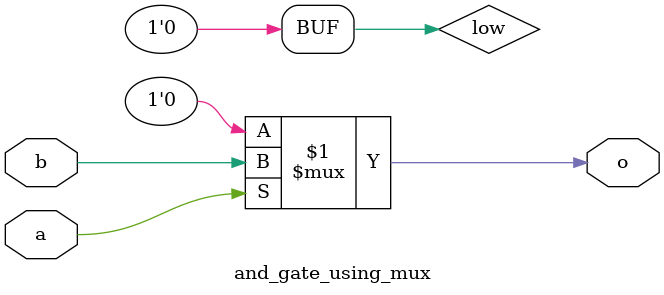
<source format=sv>

module mux
(
  input  d0, d1,
  input  sel,
  output y
);

  assign y = sel ? d1 : d0;

endmodule

//----------------------------------------------------------------------------
// Task
//----------------------------------------------------------------------------

module and_gate_using_mux
(
    input  a,
    input  b,
    output o
);

  // Task:
  // Implement and gate using instance(s) of mux,
  // constants 0 and 1, and wire connections
  wire low = 1'b0;
  
  assign o = a ? b : low;

  

endmodule

</source>
